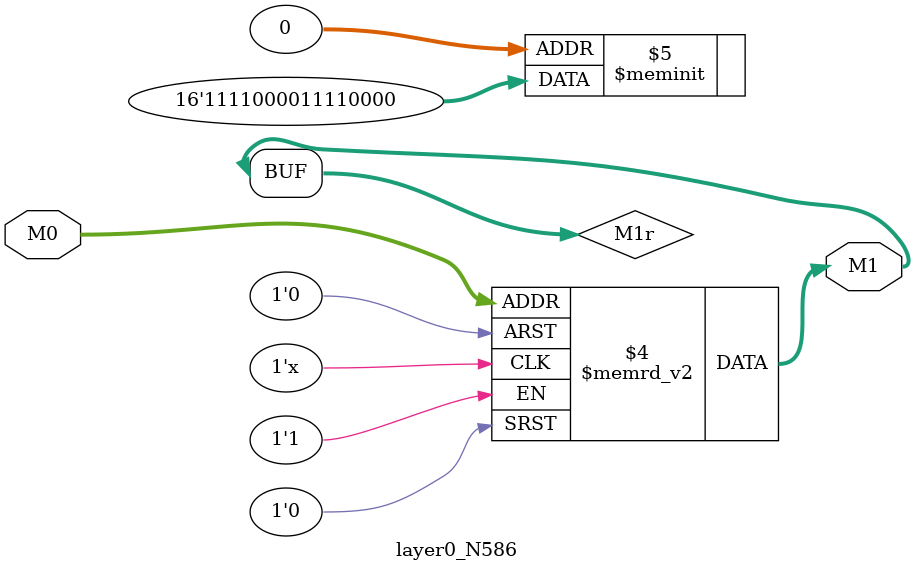
<source format=v>
module layer0_N586 ( input [2:0] M0, output [1:0] M1 );

	(*rom_style = "distributed" *) reg [1:0] M1r;
	assign M1 = M1r;
	always @ (M0) begin
		case (M0)
			3'b000: M1r = 2'b00;
			3'b100: M1r = 2'b00;
			3'b010: M1r = 2'b11;
			3'b110: M1r = 2'b11;
			3'b001: M1r = 2'b00;
			3'b101: M1r = 2'b00;
			3'b011: M1r = 2'b11;
			3'b111: M1r = 2'b11;

		endcase
	end
endmodule

</source>
